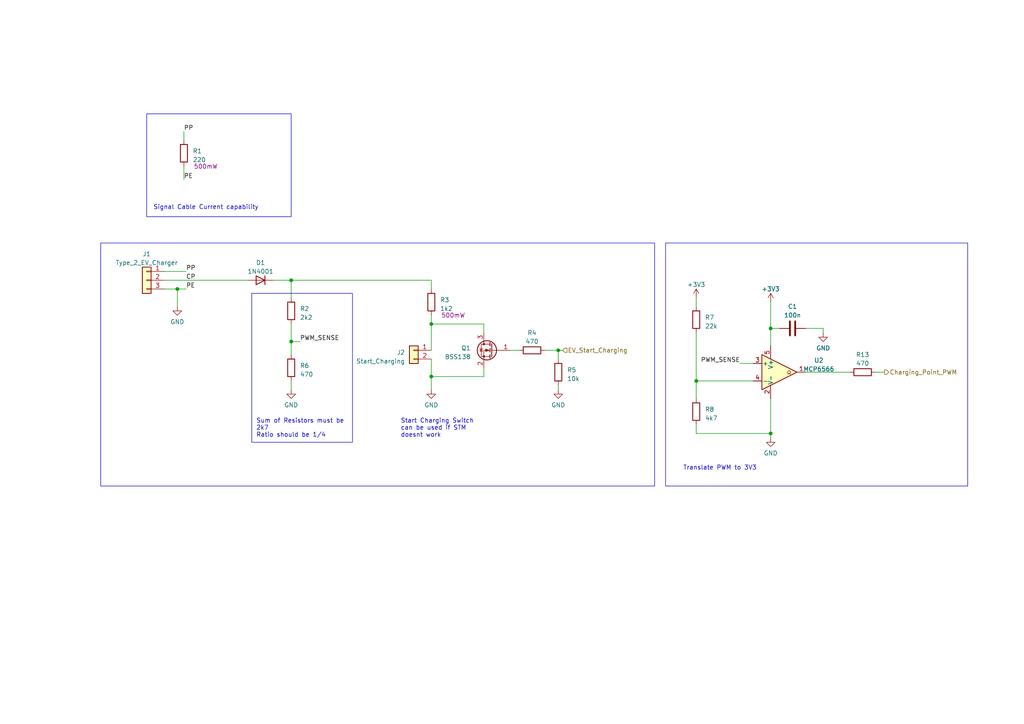
<source format=kicad_sch>
(kicad_sch (version 20230121) (generator eeschema)

  (uuid b47c9739-df7e-48de-b921-51a9bb0b4fd7)

  (paper "A4")

  (lib_symbols
    (symbol "Comparator:MCP6566" (pin_names (offset 0.127)) (in_bom yes) (on_board yes)
      (property "Reference" "U" (at 0 5.08 0)
        (effects (font (size 1.27 1.27)) (justify left))
      )
      (property "Value" "MCP6566" (at 0 -5.08 0)
        (effects (font (size 1.27 1.27)) (justify left))
      )
      (property "Footprint" "" (at 0 -10.16 0)
        (effects (font (size 1.27 1.27)) hide)
      )
      (property "Datasheet" "http://ww1.microchip.com/downloads/en/DeviceDoc/MCP6566-6R-6U-7-9-1.8V-Low-Power-Open-Drain-Output-Comparator-DS20002143G.pdf" (at 0 0 0)
        (effects (font (size 1.27 1.27)) hide)
      )
      (property "ki_keywords" "cmp collector" (at 0 0 0)
        (effects (font (size 1.27 1.27)) hide)
      )
      (property "ki_description" "Single 1.8V Low-Power Open-Drain Output Comparator, SOT-23-5/SC-70" (at 0 0 0)
        (effects (font (size 1.27 1.27)) hide)
      )
      (property "ki_fp_filters" "SOT?23* *SC*70*" (at 0 0 0)
        (effects (font (size 1.27 1.27)) hide)
      )
      (symbol "MCP6566_0_1"
        (polyline
          (pts
            (xy -5.08 5.08)
            (xy 5.08 0)
            (xy -5.08 -5.08)
            (xy -5.08 5.08)
          )
          (stroke (width 0.254) (type default))
          (fill (type background))
        )
        (polyline
          (pts
            (xy 3.302 -0.508)
            (xy 2.794 -0.508)
            (xy 3.302 0)
            (xy 2.794 0.508)
            (xy 2.286 0)
            (xy 2.794 -0.508)
            (xy 2.286 -0.508)
          )
          (stroke (width 0.127) (type default))
          (fill (type none))
        )
        (pin power_in line (at -2.54 -7.62 90) (length 3.81)
          (name "V-" (effects (font (size 1.27 1.27))))
          (number "2" (effects (font (size 1.27 1.27))))
        )
        (pin power_in line (at -2.54 7.62 270) (length 3.81)
          (name "V+" (effects (font (size 1.27 1.27))))
          (number "5" (effects (font (size 1.27 1.27))))
        )
      )
      (symbol "MCP6566_1_1"
        (pin open_collector line (at 7.62 0 180) (length 2.54)
          (name "~" (effects (font (size 1.27 1.27))))
          (number "1" (effects (font (size 1.27 1.27))))
        )
        (pin input line (at -7.62 2.54 0) (length 2.54)
          (name "+" (effects (font (size 1.27 1.27))))
          (number "3" (effects (font (size 1.27 1.27))))
        )
        (pin input line (at -7.62 -2.54 0) (length 2.54)
          (name "-" (effects (font (size 1.27 1.27))))
          (number "4" (effects (font (size 1.27 1.27))))
        )
      )
    )
    (symbol "Connector_Generic:Conn_01x02" (pin_names (offset 1.016) hide) (in_bom yes) (on_board yes)
      (property "Reference" "J" (at 0 2.54 0)
        (effects (font (size 1.27 1.27)))
      )
      (property "Value" "Conn_01x02" (at 0 -5.08 0)
        (effects (font (size 1.27 1.27)))
      )
      (property "Footprint" "" (at 0 0 0)
        (effects (font (size 1.27 1.27)) hide)
      )
      (property "Datasheet" "~" (at 0 0 0)
        (effects (font (size 1.27 1.27)) hide)
      )
      (property "ki_keywords" "connector" (at 0 0 0)
        (effects (font (size 1.27 1.27)) hide)
      )
      (property "ki_description" "Generic connector, single row, 01x02, script generated (kicad-library-utils/schlib/autogen/connector/)" (at 0 0 0)
        (effects (font (size 1.27 1.27)) hide)
      )
      (property "ki_fp_filters" "Connector*:*_1x??_*" (at 0 0 0)
        (effects (font (size 1.27 1.27)) hide)
      )
      (symbol "Conn_01x02_1_1"
        (rectangle (start -1.27 -2.413) (end 0 -2.667)
          (stroke (width 0.1524) (type default))
          (fill (type none))
        )
        (rectangle (start -1.27 0.127) (end 0 -0.127)
          (stroke (width 0.1524) (type default))
          (fill (type none))
        )
        (rectangle (start -1.27 1.27) (end 1.27 -3.81)
          (stroke (width 0.254) (type default))
          (fill (type background))
        )
        (pin passive line (at -5.08 0 0) (length 3.81)
          (name "Pin_1" (effects (font (size 1.27 1.27))))
          (number "1" (effects (font (size 1.27 1.27))))
        )
        (pin passive line (at -5.08 -2.54 0) (length 3.81)
          (name "Pin_2" (effects (font (size 1.27 1.27))))
          (number "2" (effects (font (size 1.27 1.27))))
        )
      )
    )
    (symbol "Connector_Generic:Conn_01x03" (pin_names (offset 1.016) hide) (in_bom yes) (on_board yes)
      (property "Reference" "J" (at 0 5.08 0)
        (effects (font (size 1.27 1.27)))
      )
      (property "Value" "Conn_01x03" (at 0 -5.08 0)
        (effects (font (size 1.27 1.27)))
      )
      (property "Footprint" "" (at 0 0 0)
        (effects (font (size 1.27 1.27)) hide)
      )
      (property "Datasheet" "~" (at 0 0 0)
        (effects (font (size 1.27 1.27)) hide)
      )
      (property "ki_keywords" "connector" (at 0 0 0)
        (effects (font (size 1.27 1.27)) hide)
      )
      (property "ki_description" "Generic connector, single row, 01x03, script generated (kicad-library-utils/schlib/autogen/connector/)" (at 0 0 0)
        (effects (font (size 1.27 1.27)) hide)
      )
      (property "ki_fp_filters" "Connector*:*_1x??_*" (at 0 0 0)
        (effects (font (size 1.27 1.27)) hide)
      )
      (symbol "Conn_01x03_1_1"
        (rectangle (start -1.27 -2.413) (end 0 -2.667)
          (stroke (width 0.1524) (type default))
          (fill (type none))
        )
        (rectangle (start -1.27 0.127) (end 0 -0.127)
          (stroke (width 0.1524) (type default))
          (fill (type none))
        )
        (rectangle (start -1.27 2.667) (end 0 2.413)
          (stroke (width 0.1524) (type default))
          (fill (type none))
        )
        (rectangle (start -1.27 3.81) (end 1.27 -3.81)
          (stroke (width 0.254) (type default))
          (fill (type background))
        )
        (pin passive line (at -5.08 2.54 0) (length 3.81)
          (name "Pin_1" (effects (font (size 1.27 1.27))))
          (number "1" (effects (font (size 1.27 1.27))))
        )
        (pin passive line (at -5.08 0 0) (length 3.81)
          (name "Pin_2" (effects (font (size 1.27 1.27))))
          (number "2" (effects (font (size 1.27 1.27))))
        )
        (pin passive line (at -5.08 -2.54 0) (length 3.81)
          (name "Pin_3" (effects (font (size 1.27 1.27))))
          (number "3" (effects (font (size 1.27 1.27))))
        )
      )
    )
    (symbol "Device:C" (pin_numbers hide) (pin_names (offset 0.254)) (in_bom yes) (on_board yes)
      (property "Reference" "C" (at 0.635 2.54 0)
        (effects (font (size 1.27 1.27)) (justify left))
      )
      (property "Value" "C" (at 0.635 -2.54 0)
        (effects (font (size 1.27 1.27)) (justify left))
      )
      (property "Footprint" "" (at 0.9652 -3.81 0)
        (effects (font (size 1.27 1.27)) hide)
      )
      (property "Datasheet" "~" (at 0 0 0)
        (effects (font (size 1.27 1.27)) hide)
      )
      (property "ki_keywords" "cap capacitor" (at 0 0 0)
        (effects (font (size 1.27 1.27)) hide)
      )
      (property "ki_description" "Unpolarized capacitor" (at 0 0 0)
        (effects (font (size 1.27 1.27)) hide)
      )
      (property "ki_fp_filters" "C_*" (at 0 0 0)
        (effects (font (size 1.27 1.27)) hide)
      )
      (symbol "C_0_1"
        (polyline
          (pts
            (xy -2.032 -0.762)
            (xy 2.032 -0.762)
          )
          (stroke (width 0.508) (type default))
          (fill (type none))
        )
        (polyline
          (pts
            (xy -2.032 0.762)
            (xy 2.032 0.762)
          )
          (stroke (width 0.508) (type default))
          (fill (type none))
        )
      )
      (symbol "C_1_1"
        (pin passive line (at 0 3.81 270) (length 2.794)
          (name "~" (effects (font (size 1.27 1.27))))
          (number "1" (effects (font (size 1.27 1.27))))
        )
        (pin passive line (at 0 -3.81 90) (length 2.794)
          (name "~" (effects (font (size 1.27 1.27))))
          (number "2" (effects (font (size 1.27 1.27))))
        )
      )
    )
    (symbol "Device:R" (pin_numbers hide) (pin_names (offset 0)) (in_bom yes) (on_board yes)
      (property "Reference" "R" (at 2.032 0 90)
        (effects (font (size 1.27 1.27)))
      )
      (property "Value" "R" (at 0 0 90)
        (effects (font (size 1.27 1.27)))
      )
      (property "Footprint" "" (at -1.778 0 90)
        (effects (font (size 1.27 1.27)) hide)
      )
      (property "Datasheet" "~" (at 0 0 0)
        (effects (font (size 1.27 1.27)) hide)
      )
      (property "ki_keywords" "R res resistor" (at 0 0 0)
        (effects (font (size 1.27 1.27)) hide)
      )
      (property "ki_description" "Resistor" (at 0 0 0)
        (effects (font (size 1.27 1.27)) hide)
      )
      (property "ki_fp_filters" "R_*" (at 0 0 0)
        (effects (font (size 1.27 1.27)) hide)
      )
      (symbol "R_0_1"
        (rectangle (start -1.016 -2.54) (end 1.016 2.54)
          (stroke (width 0.254) (type default))
          (fill (type none))
        )
      )
      (symbol "R_1_1"
        (pin passive line (at 0 3.81 270) (length 1.27)
          (name "~" (effects (font (size 1.27 1.27))))
          (number "1" (effects (font (size 1.27 1.27))))
        )
        (pin passive line (at 0 -3.81 90) (length 1.27)
          (name "~" (effects (font (size 1.27 1.27))))
          (number "2" (effects (font (size 1.27 1.27))))
        )
      )
    )
    (symbol "Diode:1N4001" (pin_numbers hide) (pin_names hide) (in_bom yes) (on_board yes)
      (property "Reference" "D" (at 0 2.54 0)
        (effects (font (size 1.27 1.27)))
      )
      (property "Value" "1N4001" (at 0 -2.54 0)
        (effects (font (size 1.27 1.27)))
      )
      (property "Footprint" "Diode_THT:D_DO-41_SOD81_P10.16mm_Horizontal" (at 0 0 0)
        (effects (font (size 1.27 1.27)) hide)
      )
      (property "Datasheet" "http://www.vishay.com/docs/88503/1n4001.pdf" (at 0 0 0)
        (effects (font (size 1.27 1.27)) hide)
      )
      (property "Sim.Device" "D" (at 0 0 0)
        (effects (font (size 1.27 1.27)) hide)
      )
      (property "Sim.Pins" "1=K 2=A" (at 0 0 0)
        (effects (font (size 1.27 1.27)) hide)
      )
      (property "ki_keywords" "diode" (at 0 0 0)
        (effects (font (size 1.27 1.27)) hide)
      )
      (property "ki_description" "50V 1A General Purpose Rectifier Diode, DO-41" (at 0 0 0)
        (effects (font (size 1.27 1.27)) hide)
      )
      (property "ki_fp_filters" "D*DO?41*" (at 0 0 0)
        (effects (font (size 1.27 1.27)) hide)
      )
      (symbol "1N4001_0_1"
        (polyline
          (pts
            (xy -1.27 1.27)
            (xy -1.27 -1.27)
          )
          (stroke (width 0.254) (type default))
          (fill (type none))
        )
        (polyline
          (pts
            (xy 1.27 0)
            (xy -1.27 0)
          )
          (stroke (width 0) (type default))
          (fill (type none))
        )
        (polyline
          (pts
            (xy 1.27 1.27)
            (xy 1.27 -1.27)
            (xy -1.27 0)
            (xy 1.27 1.27)
          )
          (stroke (width 0.254) (type default))
          (fill (type none))
        )
      )
      (symbol "1N4001_1_1"
        (pin passive line (at -3.81 0 0) (length 2.54)
          (name "K" (effects (font (size 1.27 1.27))))
          (number "1" (effects (font (size 1.27 1.27))))
        )
        (pin passive line (at 3.81 0 180) (length 2.54)
          (name "A" (effects (font (size 1.27 1.27))))
          (number "2" (effects (font (size 1.27 1.27))))
        )
      )
    )
    (symbol "Transistor_FET:BSS138" (pin_names hide) (in_bom yes) (on_board yes)
      (property "Reference" "Q" (at 5.08 1.905 0)
        (effects (font (size 1.27 1.27)) (justify left))
      )
      (property "Value" "BSS138" (at 5.08 0 0)
        (effects (font (size 1.27 1.27)) (justify left))
      )
      (property "Footprint" "Package_TO_SOT_SMD:SOT-23" (at 5.08 -1.905 0)
        (effects (font (size 1.27 1.27) italic) (justify left) hide)
      )
      (property "Datasheet" "https://www.onsemi.com/pub/Collateral/BSS138-D.PDF" (at 0 0 0)
        (effects (font (size 1.27 1.27)) (justify left) hide)
      )
      (property "ki_keywords" "N-Channel MOSFET" (at 0 0 0)
        (effects (font (size 1.27 1.27)) hide)
      )
      (property "ki_description" "50V Vds, 0.22A Id, N-Channel MOSFET, SOT-23" (at 0 0 0)
        (effects (font (size 1.27 1.27)) hide)
      )
      (property "ki_fp_filters" "SOT?23*" (at 0 0 0)
        (effects (font (size 1.27 1.27)) hide)
      )
      (symbol "BSS138_0_1"
        (polyline
          (pts
            (xy 0.254 0)
            (xy -2.54 0)
          )
          (stroke (width 0) (type default))
          (fill (type none))
        )
        (polyline
          (pts
            (xy 0.254 1.905)
            (xy 0.254 -1.905)
          )
          (stroke (width 0.254) (type default))
          (fill (type none))
        )
        (polyline
          (pts
            (xy 0.762 -1.27)
            (xy 0.762 -2.286)
          )
          (stroke (width 0.254) (type default))
          (fill (type none))
        )
        (polyline
          (pts
            (xy 0.762 0.508)
            (xy 0.762 -0.508)
          )
          (stroke (width 0.254) (type default))
          (fill (type none))
        )
        (polyline
          (pts
            (xy 0.762 2.286)
            (xy 0.762 1.27)
          )
          (stroke (width 0.254) (type default))
          (fill (type none))
        )
        (polyline
          (pts
            (xy 2.54 2.54)
            (xy 2.54 1.778)
          )
          (stroke (width 0) (type default))
          (fill (type none))
        )
        (polyline
          (pts
            (xy 2.54 -2.54)
            (xy 2.54 0)
            (xy 0.762 0)
          )
          (stroke (width 0) (type default))
          (fill (type none))
        )
        (polyline
          (pts
            (xy 0.762 -1.778)
            (xy 3.302 -1.778)
            (xy 3.302 1.778)
            (xy 0.762 1.778)
          )
          (stroke (width 0) (type default))
          (fill (type none))
        )
        (polyline
          (pts
            (xy 1.016 0)
            (xy 2.032 0.381)
            (xy 2.032 -0.381)
            (xy 1.016 0)
          )
          (stroke (width 0) (type default))
          (fill (type outline))
        )
        (polyline
          (pts
            (xy 2.794 0.508)
            (xy 2.921 0.381)
            (xy 3.683 0.381)
            (xy 3.81 0.254)
          )
          (stroke (width 0) (type default))
          (fill (type none))
        )
        (polyline
          (pts
            (xy 3.302 0.381)
            (xy 2.921 -0.254)
            (xy 3.683 -0.254)
            (xy 3.302 0.381)
          )
          (stroke (width 0) (type default))
          (fill (type none))
        )
        (circle (center 1.651 0) (radius 2.794)
          (stroke (width 0.254) (type default))
          (fill (type none))
        )
        (circle (center 2.54 -1.778) (radius 0.254)
          (stroke (width 0) (type default))
          (fill (type outline))
        )
        (circle (center 2.54 1.778) (radius 0.254)
          (stroke (width 0) (type default))
          (fill (type outline))
        )
      )
      (symbol "BSS138_1_1"
        (pin input line (at -5.08 0 0) (length 2.54)
          (name "G" (effects (font (size 1.27 1.27))))
          (number "1" (effects (font (size 1.27 1.27))))
        )
        (pin passive line (at 2.54 -5.08 90) (length 2.54)
          (name "S" (effects (font (size 1.27 1.27))))
          (number "2" (effects (font (size 1.27 1.27))))
        )
        (pin passive line (at 2.54 5.08 270) (length 2.54)
          (name "D" (effects (font (size 1.27 1.27))))
          (number "3" (effects (font (size 1.27 1.27))))
        )
      )
    )
    (symbol "power:+3V3" (power) (pin_names (offset 0)) (in_bom yes) (on_board yes)
      (property "Reference" "#PWR" (at 0 -3.81 0)
        (effects (font (size 1.27 1.27)) hide)
      )
      (property "Value" "+3V3" (at 0 3.556 0)
        (effects (font (size 1.27 1.27)))
      )
      (property "Footprint" "" (at 0 0 0)
        (effects (font (size 1.27 1.27)) hide)
      )
      (property "Datasheet" "" (at 0 0 0)
        (effects (font (size 1.27 1.27)) hide)
      )
      (property "ki_keywords" "global power" (at 0 0 0)
        (effects (font (size 1.27 1.27)) hide)
      )
      (property "ki_description" "Power symbol creates a global label with name \"+3V3\"" (at 0 0 0)
        (effects (font (size 1.27 1.27)) hide)
      )
      (symbol "+3V3_0_1"
        (polyline
          (pts
            (xy -0.762 1.27)
            (xy 0 2.54)
          )
          (stroke (width 0) (type default))
          (fill (type none))
        )
        (polyline
          (pts
            (xy 0 0)
            (xy 0 2.54)
          )
          (stroke (width 0) (type default))
          (fill (type none))
        )
        (polyline
          (pts
            (xy 0 2.54)
            (xy 0.762 1.27)
          )
          (stroke (width 0) (type default))
          (fill (type none))
        )
      )
      (symbol "+3V3_1_1"
        (pin power_in line (at 0 0 90) (length 0) hide
          (name "+3V3" (effects (font (size 1.27 1.27))))
          (number "1" (effects (font (size 1.27 1.27))))
        )
      )
    )
    (symbol "power:GND" (power) (pin_names (offset 0)) (in_bom yes) (on_board yes)
      (property "Reference" "#PWR" (at 0 -6.35 0)
        (effects (font (size 1.27 1.27)) hide)
      )
      (property "Value" "GND" (at 0 -3.81 0)
        (effects (font (size 1.27 1.27)))
      )
      (property "Footprint" "" (at 0 0 0)
        (effects (font (size 1.27 1.27)) hide)
      )
      (property "Datasheet" "" (at 0 0 0)
        (effects (font (size 1.27 1.27)) hide)
      )
      (property "ki_keywords" "global power" (at 0 0 0)
        (effects (font (size 1.27 1.27)) hide)
      )
      (property "ki_description" "Power symbol creates a global label with name \"GND\" , ground" (at 0 0 0)
        (effects (font (size 1.27 1.27)) hide)
      )
      (symbol "GND_0_1"
        (polyline
          (pts
            (xy 0 0)
            (xy 0 -1.27)
            (xy 1.27 -1.27)
            (xy 0 -2.54)
            (xy -1.27 -1.27)
            (xy 0 -1.27)
          )
          (stroke (width 0) (type default))
          (fill (type none))
        )
      )
      (symbol "GND_1_1"
        (pin power_in line (at 0 0 270) (length 0) hide
          (name "GND" (effects (font (size 1.27 1.27))))
          (number "1" (effects (font (size 1.27 1.27))))
        )
      )
    )
  )

  (junction (at 51.435 83.82) (diameter 0) (color 0 0 0 0)
    (uuid 032a725d-f2d7-4f51-a339-b533de718a1b)
  )
  (junction (at 223.52 95.25) (diameter 0) (color 0 0 0 0)
    (uuid 229dca04-8dbf-467d-bbe8-85a43a700351)
  )
  (junction (at 201.93 110.49) (diameter 0) (color 0 0 0 0)
    (uuid 4d2dbd73-ad97-4879-8194-9dc3bef37b4b)
  )
  (junction (at 161.925 101.6) (diameter 0) (color 0 0 0 0)
    (uuid 81ebd9a5-473a-4356-a867-ed4ec51e6771)
  )
  (junction (at 84.455 81.28) (diameter 0) (color 0 0 0 0)
    (uuid 98b410c3-72b5-42c3-8d66-abe14611ef03)
  )
  (junction (at 84.455 99.06) (diameter 0) (color 0 0 0 0)
    (uuid acc6cf6c-3427-427b-bb64-65595e81bfc1)
  )
  (junction (at 223.52 125.73) (diameter 0) (color 0 0 0 0)
    (uuid b336dd16-113e-4c60-94fa-189295bc5255)
  )
  (junction (at 125.095 109.22) (diameter 0) (color 0 0 0 0)
    (uuid c831d66e-3852-4a1e-8a5d-4a3858459f24)
  )
  (junction (at 125.095 93.98) (diameter 0) (color 0 0 0 0)
    (uuid e408af67-4a79-4cf5-9d12-25ac54cd0aa3)
  )

  (wire (pts (xy 161.925 111.76) (xy 161.925 113.03))
    (stroke (width 0) (type default))
    (uuid 0a00ded5-3702-4002-8531-01759bf412c8)
  )
  (wire (pts (xy 84.455 81.28) (xy 84.455 86.36))
    (stroke (width 0) (type default))
    (uuid 0b3dc924-3f2b-43b8-ab59-d7fb90c1821c)
  )
  (wire (pts (xy 214.63 105.41) (xy 218.44 105.41))
    (stroke (width 0) (type default))
    (uuid 23dc92b0-f44e-4dd6-99b0-2224728d328e)
  )
  (wire (pts (xy 161.925 101.6) (xy 161.925 104.14))
    (stroke (width 0) (type default))
    (uuid 24974b97-318c-43e2-aea0-93ea874e79ca)
  )
  (wire (pts (xy 233.68 107.95) (xy 246.38 107.95))
    (stroke (width 0) (type default))
    (uuid 2c8111e9-7e4f-431e-96ea-0ce5d12ebc7f)
  )
  (wire (pts (xy 53.34 48.26) (xy 53.34 52.07))
    (stroke (width 0) (type default))
    (uuid 2c985f5f-7943-4855-9f7d-9821c1e15fd3)
  )
  (wire (pts (xy 84.455 81.28) (xy 125.095 81.28))
    (stroke (width 0) (type default))
    (uuid 32dc6365-174b-4832-9cec-6b11df43577b)
  )
  (wire (pts (xy 223.52 125.73) (xy 223.52 127))
    (stroke (width 0) (type default))
    (uuid 36adbfca-2300-4b9d-8d78-2754beea68b6)
  )
  (wire (pts (xy 201.93 86.36) (xy 201.93 88.9))
    (stroke (width 0) (type default))
    (uuid 43b28816-19db-4f18-9bf1-2ffbb2c7090f)
  )
  (wire (pts (xy 84.455 99.06) (xy 84.455 102.87))
    (stroke (width 0) (type default))
    (uuid 50cb457b-0cb2-4454-9fff-875f45c3f7fc)
  )
  (wire (pts (xy 125.095 104.14) (xy 125.095 109.22))
    (stroke (width 0) (type default))
    (uuid 53886a97-b4cf-4dd3-9628-6c654f72c252)
  )
  (wire (pts (xy 125.095 93.98) (xy 125.095 91.44))
    (stroke (width 0) (type default))
    (uuid 56f08226-0655-4cf9-8ac8-d2b28f5ecd4e)
  )
  (wire (pts (xy 223.52 95.25) (xy 226.06 95.25))
    (stroke (width 0) (type default))
    (uuid 5ea935b7-f72b-4a92-9bec-65a040998657)
  )
  (wire (pts (xy 223.52 115.57) (xy 223.52 125.73))
    (stroke (width 0) (type default))
    (uuid 6076240b-5a45-48ac-9a39-4e99643c2df5)
  )
  (wire (pts (xy 125.095 109.22) (xy 125.095 113.03))
    (stroke (width 0) (type default))
    (uuid 6e9c952c-460f-4f5e-9509-82099ff03fee)
  )
  (wire (pts (xy 161.925 101.6) (xy 163.195 101.6))
    (stroke (width 0) (type default))
    (uuid 78cffc06-b095-44e6-8489-824a463192f4)
  )
  (wire (pts (xy 125.095 81.28) (xy 125.095 83.82))
    (stroke (width 0) (type default))
    (uuid 7a7c3127-cced-48e3-a3be-76a5d6890472)
  )
  (wire (pts (xy 84.455 110.49) (xy 84.455 113.03))
    (stroke (width 0) (type default))
    (uuid 7acc29eb-592a-4831-82fc-57717344e728)
  )
  (wire (pts (xy 140.335 93.98) (xy 125.095 93.98))
    (stroke (width 0) (type default))
    (uuid 82071b2e-bfbb-43aa-ada5-0d04eedeaf82)
  )
  (wire (pts (xy 223.52 95.25) (xy 223.52 100.33))
    (stroke (width 0) (type default))
    (uuid 9126d7b8-4a4a-48e4-bfd3-0befe473bb97)
  )
  (wire (pts (xy 147.955 101.6) (xy 150.495 101.6))
    (stroke (width 0) (type default))
    (uuid 914c7a22-250b-485a-92d1-c361ddba0727)
  )
  (wire (pts (xy 218.44 110.49) (xy 201.93 110.49))
    (stroke (width 0) (type default))
    (uuid 9ca853b2-ce32-441a-b16f-271ea4c0269a)
  )
  (wire (pts (xy 51.435 83.82) (xy 53.975 83.82))
    (stroke (width 0) (type default))
    (uuid 9de8b17e-55a1-47d2-9014-06e85373bf6f)
  )
  (wire (pts (xy 51.435 83.82) (xy 51.435 88.9))
    (stroke (width 0) (type default))
    (uuid a2466d37-5eff-4628-aba4-ee6654406a2b)
  )
  (wire (pts (xy 223.52 87.63) (xy 223.52 95.25))
    (stroke (width 0) (type default))
    (uuid a4038dcb-e7e9-4cd3-82a1-568e8e7e5601)
  )
  (wire (pts (xy 79.375 81.28) (xy 84.455 81.28))
    (stroke (width 0) (type default))
    (uuid a7e15ed7-a222-4efc-bef7-5f8cf96132a3)
  )
  (wire (pts (xy 125.095 93.98) (xy 125.095 101.6))
    (stroke (width 0) (type default))
    (uuid b9f4998e-55ae-4a7b-bda2-b873cde11170)
  )
  (wire (pts (xy 47.625 78.74) (xy 53.975 78.74))
    (stroke (width 0) (type default))
    (uuid c36a0afe-e49b-4224-9917-10cdca496540)
  )
  (wire (pts (xy 84.455 99.06) (xy 86.995 99.06))
    (stroke (width 0) (type default))
    (uuid c77be56b-bcd5-48d1-95cf-ece3eb78a05a)
  )
  (wire (pts (xy 125.095 109.22) (xy 140.335 109.22))
    (stroke (width 0) (type default))
    (uuid ce6d386f-2e3b-4962-81f2-7228f5a5d30b)
  )
  (wire (pts (xy 84.455 93.98) (xy 84.455 99.06))
    (stroke (width 0) (type default))
    (uuid d269de66-4f30-4fb4-bf37-e854e1816a04)
  )
  (wire (pts (xy 53.34 38.1) (xy 53.34 40.64))
    (stroke (width 0) (type default))
    (uuid d8399cf5-39d0-42d6-adfc-bd030e09d188)
  )
  (wire (pts (xy 47.625 83.82) (xy 51.435 83.82))
    (stroke (width 0) (type default))
    (uuid d83c85b9-79ee-4e7b-a7c3-fdbddbaea25c)
  )
  (wire (pts (xy 140.335 96.52) (xy 140.335 93.98))
    (stroke (width 0) (type default))
    (uuid d84832dd-6989-421d-9c6a-07ce4ec1d3ec)
  )
  (wire (pts (xy 47.625 81.28) (xy 71.755 81.28))
    (stroke (width 0) (type default))
    (uuid d8fdeb07-beb9-4664-bdf0-7dfc296949c0)
  )
  (wire (pts (xy 256.54 107.95) (xy 254 107.95))
    (stroke (width 0) (type default))
    (uuid dee247a4-a5b1-4b36-a34b-65be080dd73e)
  )
  (wire (pts (xy 140.335 109.22) (xy 140.335 106.68))
    (stroke (width 0) (type default))
    (uuid e0cd7674-1b76-40a9-ace2-c196e724108c)
  )
  (wire (pts (xy 201.93 123.19) (xy 201.93 125.73))
    (stroke (width 0) (type default))
    (uuid e38bf184-e6ff-47a5-970b-e1a4006e10d8)
  )
  (wire (pts (xy 201.93 96.52) (xy 201.93 110.49))
    (stroke (width 0) (type default))
    (uuid e9552ac8-e5af-4084-99a7-4f9f5282e067)
  )
  (wire (pts (xy 158.115 101.6) (xy 161.925 101.6))
    (stroke (width 0) (type default))
    (uuid ee8b41b2-77ba-4fc9-b78f-2fe37517e879)
  )
  (wire (pts (xy 201.93 110.49) (xy 201.93 115.57))
    (stroke (width 0) (type default))
    (uuid efe0a3e5-1db5-453a-99b2-21aff63c3e2e)
  )
  (wire (pts (xy 238.76 96.52) (xy 238.76 95.25))
    (stroke (width 0) (type default))
    (uuid f355e792-b3db-4bdc-8ad6-7bbb217a2416)
  )
  (wire (pts (xy 238.76 95.25) (xy 233.68 95.25))
    (stroke (width 0) (type default))
    (uuid f5f5fcff-5a62-49b9-9981-81be5681d7d6)
  )
  (wire (pts (xy 201.93 125.73) (xy 223.52 125.73))
    (stroke (width 0) (type default))
    (uuid fb5416a1-4f03-4cdc-81d3-eaeecc7eaa6d)
  )

  (rectangle (start 29.21 70.485) (end 189.865 140.97)
    (stroke (width 0) (type default))
    (fill (type none))
    (uuid 1c02bde9-d039-4cce-b15b-d3df6d046758)
  )
  (rectangle (start 42.545 33.02) (end 84.455 62.865)
    (stroke (width 0) (type default))
    (fill (type none))
    (uuid 54231ff1-6070-4443-ab2e-27c075443ab4)
  )
  (rectangle (start 73.025 85.09) (end 102.235 128.27)
    (stroke (width 0) (type default))
    (fill (type none))
    (uuid aba0808d-f97b-469d-aeca-a51149e8b3a2)
  )
  (rectangle (start 193.04 70.485) (end 280.67 140.97)
    (stroke (width 0) (type default))
    (fill (type none))
    (uuid c8798877-270a-4616-b46d-10c65868083e)
  )

  (text "Start Charging Switch \ncan be used if STM\ndoesnt work"
    (at 116.205 127 0)
    (effects (font (size 1.27 1.27)) (justify left bottom))
    (uuid 76c3ae75-28ec-40a5-811e-9ca44d2194a7)
  )
  (text "Sum of Resistors must be \n2k7\nRatio should be 1/4" (at 74.295 127 0)
    (effects (font (size 1.27 1.27)) (justify left bottom))
    (uuid 8b0cadc0-e343-4770-9e12-1e206549ef54)
  )
  (text "Translate PWM to 3V3" (at 198.12 136.525 0)
    (effects (font (size 1.27 1.27)) (justify left bottom))
    (uuid bf244175-16d1-420c-a609-5cab7d884508)
  )
  (text "Signal Cable Current capability" (at 44.45 60.96 0)
    (effects (font (size 1.27 1.27)) (justify left bottom))
    (uuid c6c6497f-8df3-4292-9737-7cc7641caea3)
  )

  (label "PE" (at 53.975 83.82 0) (fields_autoplaced)
    (effects (font (size 1.27 1.27)) (justify left bottom))
    (uuid 40f9b4f1-b954-44e4-9557-cc3dece0a077)
  )
  (label "PE" (at 53.34 52.07 0) (fields_autoplaced)
    (effects (font (size 1.27 1.27)) (justify left bottom))
    (uuid 47e80f9b-d06e-42cb-8840-f86b4a8cdbd1)
  )
  (label "PWM_SENSE" (at 214.63 105.41 180) (fields_autoplaced)
    (effects (font (size 1.27 1.27)) (justify right bottom))
    (uuid 80999d14-bb36-4909-b70e-0b3f50033146)
  )
  (label "PP" (at 53.975 78.74 0) (fields_autoplaced)
    (effects (font (size 1.27 1.27)) (justify left bottom))
    (uuid 850ac5bd-93e5-4b6c-8943-3f7441b29416)
  )
  (label "PP" (at 53.34 38.1 0) (fields_autoplaced)
    (effects (font (size 1.27 1.27)) (justify left bottom))
    (uuid b6ab6a2d-2971-41cd-80ed-1fa9dde34cd3)
  )
  (label "PWM_SENSE" (at 86.995 99.06 0) (fields_autoplaced)
    (effects (font (size 1.27 1.27)) (justify left bottom))
    (uuid ebc00688-3cc1-4a1a-a3a7-af50e8f491db)
  )
  (label "CP" (at 53.975 81.28 0) (fields_autoplaced)
    (effects (font (size 1.27 1.27)) (justify left bottom))
    (uuid f41fea30-ceae-4614-826c-d2d45a2c928a)
  )

  (hierarchical_label "Charging_Point_PWM" (shape output) (at 256.54 107.95 0) (fields_autoplaced)
    (effects (font (size 1.27 1.27)) (justify left))
    (uuid 2a411847-2675-44a2-8df5-ea7f79252736)
  )
  (hierarchical_label "EV_Start_Charging" (shape input) (at 163.195 101.6 0) (fields_autoplaced)
    (effects (font (size 1.27 1.27)) (justify left))
    (uuid cfdb914c-6a68-42f1-8bd0-e3cca762af1b)
  )

  (symbol (lib_id "Comparator:MCP6566") (at 226.06 107.95 0) (unit 1)
    (in_bom yes) (on_board yes) (dnp no) (fields_autoplaced)
    (uuid 1297f87c-6309-42f6-afa5-afd1d4e1ccfa)
    (property "Reference" "U2" (at 237.49 104.5211 0)
      (effects (font (size 1.27 1.27)))
    )
    (property "Value" "MCP6566" (at 237.49 107.0611 0)
      (effects (font (size 1.27 1.27)))
    )
    (property "Footprint" "Package_TO_SOT_SMD:SOT-23-5_HandSoldering" (at 226.06 118.11 0)
      (effects (font (size 1.27 1.27)) hide)
    )
    (property "Datasheet" "http://ww1.microchip.com/downloads/en/DeviceDoc/MCP6566-6R-6U-7-9-1.8V-Low-Power-Open-Drain-Output-Comparator-DS20002143G.pdf" (at 226.06 107.95 0)
      (effects (font (size 1.27 1.27)) hide)
    )
    (pin "2" (uuid c5de009f-6876-4fa8-87ac-ceddab61dd44))
    (pin "5" (uuid ff4317c5-933c-4cfc-b3ad-b7c9eb998f0a))
    (pin "1" (uuid d80cece1-cbf6-445c-9ccb-f28752df7e3c))
    (pin "3" (uuid 2f59b08d-ea75-4b31-920e-f1721f6ed629))
    (pin "4" (uuid 4dc6d17f-85b6-48a7-8c77-c2ce9c3ee576))
    (instances
      (project "EV_Emulator"
        (path "/305a7e55-ae90-4211-9f29-157417dba7eb"
          (reference "U2") (unit 1)
        )
      )
      (project "FT23_Charger"
        (path "/e63e39d7-6ac0-4ffd-8aa3-1841a4541b55/26117078-4b7e-4a0f-82c1-ed2a5ef131db"
          (reference "U3") (unit 1)
        )
      )
    )
  )

  (symbol (lib_id "Device:R") (at 84.455 90.17 0) (unit 1)
    (in_bom yes) (on_board yes) (dnp no) (fields_autoplaced)
    (uuid 19076752-3b80-4ce5-8e60-cbd03720dc68)
    (property "Reference" "R2" (at 86.995 89.535 0)
      (effects (font (size 1.27 1.27)) (justify left))
    )
    (property "Value" "2k2" (at 86.995 92.075 0)
      (effects (font (size 1.27 1.27)) (justify left))
    )
    (property "Footprint" "Resistor_THT:R_Axial_DIN0207_L6.3mm_D2.5mm_P10.16mm_Horizontal" (at 82.677 90.17 90)
      (effects (font (size 1.27 1.27)) hide)
    )
    (property "Datasheet" "~" (at 84.455 90.17 0)
      (effects (font (size 1.27 1.27)) hide)
    )
    (pin "1" (uuid 9fdcd43b-03e6-462a-9cd3-454c5488c412))
    (pin "2" (uuid 17113ecc-2954-4330-9dbd-d141738dc68d))
    (instances
      (project "EV_Emulator"
        (path "/305a7e55-ae90-4211-9f29-157417dba7eb"
          (reference "R2") (unit 1)
        )
      )
      (project "FT23_Charger"
        (path "/e63e39d7-6ac0-4ffd-8aa3-1841a4541b55/26117078-4b7e-4a0f-82c1-ed2a5ef131db"
          (reference "R17") (unit 1)
        )
      )
    )
  )

  (symbol (lib_id "power:GND") (at 84.455 113.03 0) (unit 1)
    (in_bom yes) (on_board yes) (dnp no) (fields_autoplaced)
    (uuid 54cdb84b-64fb-4760-b1b1-cae8616be83e)
    (property "Reference" "#PWR030" (at 84.455 119.38 0)
      (effects (font (size 1.27 1.27)) hide)
    )
    (property "Value" "GND" (at 84.455 117.475 0)
      (effects (font (size 1.27 1.27)))
    )
    (property "Footprint" "" (at 84.455 113.03 0)
      (effects (font (size 1.27 1.27)) hide)
    )
    (property "Datasheet" "" (at 84.455 113.03 0)
      (effects (font (size 1.27 1.27)) hide)
    )
    (pin "1" (uuid d635ddb1-dc8d-482d-8714-2de1a4eb6aba))
    (instances
      (project "FT23_Charger"
        (path "/e63e39d7-6ac0-4ffd-8aa3-1841a4541b55/26117078-4b7e-4a0f-82c1-ed2a5ef131db"
          (reference "#PWR030") (unit 1)
        )
      )
    )
  )

  (symbol (lib_id "power:GND") (at 51.435 88.9 0) (unit 1)
    (in_bom yes) (on_board yes) (dnp no) (fields_autoplaced)
    (uuid 619c7131-8770-4a19-a8d1-34850eaa2cd9)
    (property "Reference" "#PWR028" (at 51.435 95.25 0)
      (effects (font (size 1.27 1.27)) hide)
    )
    (property "Value" "GND" (at 51.435 93.345 0)
      (effects (font (size 1.27 1.27)))
    )
    (property "Footprint" "" (at 51.435 88.9 0)
      (effects (font (size 1.27 1.27)) hide)
    )
    (property "Datasheet" "" (at 51.435 88.9 0)
      (effects (font (size 1.27 1.27)) hide)
    )
    (pin "1" (uuid e8af4682-5c2c-4f8e-86e5-15a094b3c554))
    (instances
      (project "FT23_Charger"
        (path "/e63e39d7-6ac0-4ffd-8aa3-1841a4541b55/26117078-4b7e-4a0f-82c1-ed2a5ef131db"
          (reference "#PWR028") (unit 1)
        )
      )
    )
  )

  (symbol (lib_id "power:GND") (at 223.52 127 0) (unit 1)
    (in_bom yes) (on_board yes) (dnp no) (fields_autoplaced)
    (uuid 769a5552-cb1b-483a-908a-9128e7a62d19)
    (property "Reference" "#PWR036" (at 223.52 133.35 0)
      (effects (font (size 1.27 1.27)) hide)
    )
    (property "Value" "GND" (at 223.52 131.445 0)
      (effects (font (size 1.27 1.27)))
    )
    (property "Footprint" "" (at 223.52 127 0)
      (effects (font (size 1.27 1.27)) hide)
    )
    (property "Datasheet" "" (at 223.52 127 0)
      (effects (font (size 1.27 1.27)) hide)
    )
    (pin "1" (uuid 5eff50f2-35fa-4015-8e82-f79fa3d44ef9))
    (instances
      (project "FT23_Charger"
        (path "/e63e39d7-6ac0-4ffd-8aa3-1841a4541b55/26117078-4b7e-4a0f-82c1-ed2a5ef131db"
          (reference "#PWR036") (unit 1)
        )
      )
    )
  )

  (symbol (lib_id "Device:C") (at 229.87 95.25 270) (unit 1)
    (in_bom yes) (on_board yes) (dnp no) (fields_autoplaced)
    (uuid 77a801c6-ff2a-4b80-8df3-48b8b3bdc696)
    (property "Reference" "C1" (at 229.87 88.9 90)
      (effects (font (size 1.27 1.27)))
    )
    (property "Value" "100n" (at 229.87 91.44 90)
      (effects (font (size 1.27 1.27)))
    )
    (property "Footprint" "Capacitor_SMD:C_0603_1608Metric" (at 226.06 96.2152 0)
      (effects (font (size 1.27 1.27)) hide)
    )
    (property "Datasheet" "~" (at 229.87 95.25 0)
      (effects (font (size 1.27 1.27)) hide)
    )
    (pin "1" (uuid 0e7b4aaf-4318-46e4-b13c-661e5d008a81))
    (pin "2" (uuid deb484f2-b2b8-4070-8438-9dacd1a7b095))
    (instances
      (project "EV_Emulator"
        (path "/305a7e55-ae90-4211-9f29-157417dba7eb"
          (reference "C1") (unit 1)
        )
      )
      (project "FT23_Charger"
        (path "/e63e39d7-6ac0-4ffd-8aa3-1841a4541b55/26117078-4b7e-4a0f-82c1-ed2a5ef131db"
          (reference "C12") (unit 1)
        )
      )
    )
  )

  (symbol (lib_id "Device:R") (at 84.455 106.68 0) (unit 1)
    (in_bom yes) (on_board yes) (dnp no) (fields_autoplaced)
    (uuid 7c9f6750-1f7d-403c-b3ab-1e42057b7c93)
    (property "Reference" "R6" (at 86.995 106.045 0)
      (effects (font (size 1.27 1.27)) (justify left))
    )
    (property "Value" "470" (at 86.995 108.585 0)
      (effects (font (size 1.27 1.27)) (justify left))
    )
    (property "Footprint" "Resistor_THT:R_Axial_DIN0207_L6.3mm_D2.5mm_P10.16mm_Horizontal" (at 82.677 106.68 90)
      (effects (font (size 1.27 1.27)) hide)
    )
    (property "Datasheet" "~" (at 84.455 106.68 0)
      (effects (font (size 1.27 1.27)) hide)
    )
    (pin "1" (uuid 6fcccc17-0d92-4f50-a3d9-d3a017954f20))
    (pin "2" (uuid 4cfa2d49-9057-40e0-a383-0b654b63c36c))
    (instances
      (project "EV_Emulator"
        (path "/305a7e55-ae90-4211-9f29-157417dba7eb"
          (reference "R6") (unit 1)
        )
      )
      (project "FT23_Charger"
        (path "/e63e39d7-6ac0-4ffd-8aa3-1841a4541b55/26117078-4b7e-4a0f-82c1-ed2a5ef131db"
          (reference "R18") (unit 1)
        )
      )
    )
  )

  (symbol (lib_id "power:+3V3") (at 223.52 87.63 0) (unit 1)
    (in_bom yes) (on_board yes) (dnp no) (fields_autoplaced)
    (uuid 7dff73af-4e99-42e5-9566-c00b0f0cd296)
    (property "Reference" "#PWR011" (at 223.52 91.44 0)
      (effects (font (size 1.27 1.27)) hide)
    )
    (property "Value" "+3V3" (at 223.52 83.82 0)
      (effects (font (size 1.27 1.27)))
    )
    (property "Footprint" "" (at 223.52 87.63 0)
      (effects (font (size 1.27 1.27)) hide)
    )
    (property "Datasheet" "" (at 223.52 87.63 0)
      (effects (font (size 1.27 1.27)) hide)
    )
    (pin "1" (uuid 1a18011a-622e-46c2-8bb3-88e743ce14c6))
    (instances
      (project "EV_Emulator"
        (path "/305a7e55-ae90-4211-9f29-157417dba7eb"
          (reference "#PWR011") (unit 1)
        )
      )
      (project "FT23_Charger"
        (path "/e63e39d7-6ac0-4ffd-8aa3-1841a4541b55/26117078-4b7e-4a0f-82c1-ed2a5ef131db"
          (reference "#PWR033") (unit 1)
        )
      )
    )
  )

  (symbol (lib_id "Diode:1N4001") (at 75.565 81.28 180) (unit 1)
    (in_bom yes) (on_board yes) (dnp no) (fields_autoplaced)
    (uuid 92c8d12f-5a74-4ae6-beff-582cdffa4e1d)
    (property "Reference" "D1" (at 75.565 76.2 0)
      (effects (font (size 1.27 1.27)))
    )
    (property "Value" "1N4001" (at 75.565 78.74 0)
      (effects (font (size 1.27 1.27)))
    )
    (property "Footprint" "Diode_THT:D_DO-41_SOD81_P10.16mm_Horizontal" (at 75.565 81.28 0)
      (effects (font (size 1.27 1.27)) hide)
    )
    (property "Datasheet" "http://www.vishay.com/docs/88503/1n4001.pdf" (at 75.565 81.28 0)
      (effects (font (size 1.27 1.27)) hide)
    )
    (property "Sim.Device" "D" (at 75.565 81.28 0)
      (effects (font (size 1.27 1.27)) hide)
    )
    (property "Sim.Pins" "1=K 2=A" (at 75.565 81.28 0)
      (effects (font (size 1.27 1.27)) hide)
    )
    (pin "1" (uuid 777247af-c900-46ec-93d3-1c3547f5e44d))
    (pin "2" (uuid c8712b0a-9fde-415f-ad45-b11653ac2a60))
    (instances
      (project "EV_Emulator"
        (path "/305a7e55-ae90-4211-9f29-157417dba7eb"
          (reference "D1") (unit 1)
        )
      )
      (project "FT23_Charger"
        (path "/e63e39d7-6ac0-4ffd-8aa3-1841a4541b55/26117078-4b7e-4a0f-82c1-ed2a5ef131db"
          (reference "D4") (unit 1)
        )
      )
    )
  )

  (symbol (lib_id "Device:R") (at 201.93 92.71 0) (unit 1)
    (in_bom yes) (on_board yes) (dnp no) (fields_autoplaced)
    (uuid 95f19766-321e-465c-a973-e78b264c9cc3)
    (property "Reference" "R7" (at 204.47 92.075 0)
      (effects (font (size 1.27 1.27)) (justify left))
    )
    (property "Value" "22k" (at 204.47 94.615 0)
      (effects (font (size 1.27 1.27)) (justify left))
    )
    (property "Footprint" "Resistor_SMD:R_0603_1608Metric" (at 200.152 92.71 90)
      (effects (font (size 1.27 1.27)) hide)
    )
    (property "Datasheet" "~" (at 201.93 92.71 0)
      (effects (font (size 1.27 1.27)) hide)
    )
    (pin "1" (uuid 063d7f81-3726-4dc4-ba1e-f5fd9004aeb7))
    (pin "2" (uuid 8b1756f3-633f-49ba-9758-9a6dd06efc7b))
    (instances
      (project "EV_Emulator"
        (path "/305a7e55-ae90-4211-9f29-157417dba7eb"
          (reference "R7") (unit 1)
        )
      )
      (project "FT23_Charger"
        (path "/e63e39d7-6ac0-4ffd-8aa3-1841a4541b55/26117078-4b7e-4a0f-82c1-ed2a5ef131db"
          (reference "R23") (unit 1)
        )
      )
    )
  )

  (symbol (lib_id "Device:R") (at 125.095 87.63 0) (unit 1)
    (in_bom yes) (on_board yes) (dnp no)
    (uuid 9b083a6e-f59d-4888-a3b2-1b84231ae236)
    (property "Reference" "R3" (at 127.635 86.995 0)
      (effects (font (size 1.27 1.27)) (justify left))
    )
    (property "Value" "1k2" (at 127.635 89.535 0)
      (effects (font (size 1.27 1.27)) (justify left))
    )
    (property "Footprint" "Resistor_THT:R_Axial_DIN0207_L6.3mm_D2.5mm_P10.16mm_Horizontal" (at 123.317 87.63 90)
      (effects (font (size 1.27 1.27)) hide)
    )
    (property "Datasheet" "~" (at 125.095 87.63 0)
      (effects (font (size 1.27 1.27)) hide)
    )
    (property "Power" "500mW" (at 131.445 91.44 0)
      (effects (font (size 1.27 1.27)))
    )
    (pin "1" (uuid df07b3a7-1347-45b9-8aa8-74bfcc133090))
    (pin "2" (uuid c93d2d0b-881a-491f-93ca-efb10f8a2003))
    (instances
      (project "EV_Emulator"
        (path "/305a7e55-ae90-4211-9f29-157417dba7eb"
          (reference "R3") (unit 1)
        )
      )
      (project "FT23_Charger"
        (path "/e63e39d7-6ac0-4ffd-8aa3-1841a4541b55/26117078-4b7e-4a0f-82c1-ed2a5ef131db"
          (reference "R19") (unit 1)
        )
      )
    )
  )

  (symbol (lib_id "Transistor_FET:BSS138") (at 142.875 101.6 0) (mirror y) (unit 1)
    (in_bom yes) (on_board yes) (dnp no) (fields_autoplaced)
    (uuid a466e87e-4e75-4ba0-b8d9-87f84da76e12)
    (property "Reference" "Q1" (at 136.525 100.965 0)
      (effects (font (size 1.27 1.27)) (justify left))
    )
    (property "Value" "BSS138" (at 136.525 103.505 0)
      (effects (font (size 1.27 1.27)) (justify left))
    )
    (property "Footprint" "Package_TO_SOT_SMD:SOT-23" (at 137.795 103.505 0)
      (effects (font (size 1.27 1.27) italic) (justify left) hide)
    )
    (property "Datasheet" "https://www.onsemi.com/pub/Collateral/BSS138-D.PDF" (at 142.875 101.6 0)
      (effects (font (size 1.27 1.27)) (justify left) hide)
    )
    (pin "1" (uuid 666edea0-7171-4b33-9209-2f4aa9a08593))
    (pin "2" (uuid 3a91faaa-1c77-42b6-b9b6-a93f52116558))
    (pin "3" (uuid 01843487-d21d-482f-8a80-6909e35987ac))
    (instances
      (project "EV_Emulator"
        (path "/305a7e55-ae90-4211-9f29-157417dba7eb"
          (reference "Q1") (unit 1)
        )
      )
      (project "FT23_Charger"
        (path "/e63e39d7-6ac0-4ffd-8aa3-1841a4541b55/26117078-4b7e-4a0f-82c1-ed2a5ef131db"
          (reference "Q1") (unit 1)
        )
      )
    )
  )

  (symbol (lib_id "Device:R") (at 250.19 107.95 90) (unit 1)
    (in_bom yes) (on_board yes) (dnp no) (fields_autoplaced)
    (uuid aeb5d736-fc03-4f11-89ba-02348cfd4b28)
    (property "Reference" "R13" (at 250.19 102.87 90)
      (effects (font (size 1.27 1.27)))
    )
    (property "Value" "470" (at 250.19 105.41 90)
      (effects (font (size 1.27 1.27)))
    )
    (property "Footprint" "Resistor_SMD:R_0603_1608Metric" (at 250.19 109.728 90)
      (effects (font (size 1.27 1.27)) hide)
    )
    (property "Datasheet" "~" (at 250.19 107.95 0)
      (effects (font (size 1.27 1.27)) hide)
    )
    (pin "1" (uuid 911d03b0-fe55-48cc-a9d1-d12e0e61a5e5))
    (pin "2" (uuid 31fd82a2-b481-412d-b96f-8a48cc059932))
    (instances
      (project "EV_Emulator"
        (path "/305a7e55-ae90-4211-9f29-157417dba7eb"
          (reference "R13") (unit 1)
        )
      )
      (project "FT23_Charger"
        (path "/e63e39d7-6ac0-4ffd-8aa3-1841a4541b55/26117078-4b7e-4a0f-82c1-ed2a5ef131db"
          (reference "R25") (unit 1)
        )
      )
    )
  )

  (symbol (lib_id "Device:R") (at 201.93 119.38 0) (unit 1)
    (in_bom yes) (on_board yes) (dnp no) (fields_autoplaced)
    (uuid b2e5ba2c-536e-4986-8492-036b633a9c5d)
    (property "Reference" "R8" (at 204.47 118.745 0)
      (effects (font (size 1.27 1.27)) (justify left))
    )
    (property "Value" "4k7" (at 204.47 121.285 0)
      (effects (font (size 1.27 1.27)) (justify left))
    )
    (property "Footprint" "Resistor_SMD:R_0603_1608Metric" (at 200.152 119.38 90)
      (effects (font (size 1.27 1.27)) hide)
    )
    (property "Datasheet" "~" (at 201.93 119.38 0)
      (effects (font (size 1.27 1.27)) hide)
    )
    (pin "1" (uuid 7cf8cdfa-99c9-4585-8392-91d69045b3e1))
    (pin "2" (uuid 8613c294-f2ee-47c9-acfa-cd46823ed17c))
    (instances
      (project "EV_Emulator"
        (path "/305a7e55-ae90-4211-9f29-157417dba7eb"
          (reference "R8") (unit 1)
        )
      )
      (project "FT23_Charger"
        (path "/e63e39d7-6ac0-4ffd-8aa3-1841a4541b55/26117078-4b7e-4a0f-82c1-ed2a5ef131db"
          (reference "R24") (unit 1)
        )
      )
    )
  )

  (symbol (lib_id "Connector_Generic:Conn_01x03") (at 42.545 81.28 0) (mirror y) (unit 1)
    (in_bom yes) (on_board yes) (dnp no) (fields_autoplaced)
    (uuid b32aa3f0-26c8-4858-899f-2f1e29473b3f)
    (property "Reference" "J1" (at 42.545 73.66 0)
      (effects (font (size 1.27 1.27)))
    )
    (property "Value" "Type_2_EV_Charger" (at 42.545 76.2 0)
      (effects (font (size 1.27 1.27)))
    )
    (property "Footprint" "Connector_JST:JST_XH_S3B-XH-A-1_1x03_P2.50mm_Horizontal" (at 42.545 81.28 0)
      (effects (font (size 1.27 1.27)) hide)
    )
    (property "Datasheet" "~" (at 42.545 81.28 0)
      (effects (font (size 1.27 1.27)) hide)
    )
    (pin "1" (uuid 3f50860f-ee0c-41a9-bd9c-8b0e30c571f4))
    (pin "2" (uuid fc6e614b-df74-420a-8c0f-3a29167e5e57))
    (pin "3" (uuid 7caa88cf-d38e-40d8-8edd-d36b4694a232))
    (instances
      (project "EV_Emulator"
        (path "/305a7e55-ae90-4211-9f29-157417dba7eb"
          (reference "J1") (unit 1)
        )
      )
      (project "FT23_Charger"
        (path "/e63e39d7-6ac0-4ffd-8aa3-1841a4541b55/26117078-4b7e-4a0f-82c1-ed2a5ef131db"
          (reference "J2") (unit 1)
        )
      )
    )
  )

  (symbol (lib_id "power:GND") (at 238.76 96.52 0) (unit 1)
    (in_bom yes) (on_board yes) (dnp no) (fields_autoplaced)
    (uuid b86b2c5a-acae-4759-91ea-d02861a160de)
    (property "Reference" "#PWR031" (at 238.76 102.87 0)
      (effects (font (size 1.27 1.27)) hide)
    )
    (property "Value" "GND" (at 238.76 100.965 0)
      (effects (font (size 1.27 1.27)))
    )
    (property "Footprint" "" (at 238.76 96.52 0)
      (effects (font (size 1.27 1.27)) hide)
    )
    (property "Datasheet" "" (at 238.76 96.52 0)
      (effects (font (size 1.27 1.27)) hide)
    )
    (pin "1" (uuid 81aac9cc-18d8-4d66-bcf1-1b1007a0c573))
    (instances
      (project "FT23_Charger"
        (path "/e63e39d7-6ac0-4ffd-8aa3-1841a4541b55/26117078-4b7e-4a0f-82c1-ed2a5ef131db"
          (reference "#PWR031") (unit 1)
        )
      )
    )
  )

  (symbol (lib_id "power:GND") (at 125.095 113.03 0) (unit 1)
    (in_bom yes) (on_board yes) (dnp no) (fields_autoplaced)
    (uuid c0c14ebe-d2c3-4be9-81a8-57bd28b64b61)
    (property "Reference" "#PWR029" (at 125.095 119.38 0)
      (effects (font (size 1.27 1.27)) hide)
    )
    (property "Value" "GND" (at 125.095 117.475 0)
      (effects (font (size 1.27 1.27)))
    )
    (property "Footprint" "" (at 125.095 113.03 0)
      (effects (font (size 1.27 1.27)) hide)
    )
    (property "Datasheet" "" (at 125.095 113.03 0)
      (effects (font (size 1.27 1.27)) hide)
    )
    (pin "1" (uuid 34d407c0-2b5d-4eb7-bef5-0cd86835c71f))
    (instances
      (project "FT23_Charger"
        (path "/e63e39d7-6ac0-4ffd-8aa3-1841a4541b55/26117078-4b7e-4a0f-82c1-ed2a5ef131db"
          (reference "#PWR029") (unit 1)
        )
      )
    )
  )

  (symbol (lib_id "Device:R") (at 161.925 107.95 0) (unit 1)
    (in_bom yes) (on_board yes) (dnp no) (fields_autoplaced)
    (uuid ce96b0a2-49cd-4082-a219-adfa0805d650)
    (property "Reference" "R5" (at 164.465 107.315 0)
      (effects (font (size 1.27 1.27)) (justify left))
    )
    (property "Value" "10k" (at 164.465 109.855 0)
      (effects (font (size 1.27 1.27)) (justify left))
    )
    (property "Footprint" "Resistor_SMD:R_0603_1608Metric" (at 160.147 107.95 90)
      (effects (font (size 1.27 1.27)) hide)
    )
    (property "Datasheet" "~" (at 161.925 107.95 0)
      (effects (font (size 1.27 1.27)) hide)
    )
    (pin "1" (uuid fcde1618-dede-4598-9320-a2c6cc4c49dc))
    (pin "2" (uuid 94e583b1-cff3-4314-85ed-e721f3870c00))
    (instances
      (project "EV_Emulator"
        (path "/305a7e55-ae90-4211-9f29-157417dba7eb"
          (reference "R5") (unit 1)
        )
      )
      (project "FT23_Charger"
        (path "/e63e39d7-6ac0-4ffd-8aa3-1841a4541b55/26117078-4b7e-4a0f-82c1-ed2a5ef131db"
          (reference "R21") (unit 1)
        )
      )
    )
  )

  (symbol (lib_id "Device:R") (at 53.34 44.45 0) (unit 1)
    (in_bom yes) (on_board yes) (dnp no)
    (uuid d74ac0d6-e10b-40dc-9fd0-e1392c07597a)
    (property "Reference" "R1" (at 55.88 43.815 0)
      (effects (font (size 1.27 1.27)) (justify left))
    )
    (property "Value" "220" (at 55.88 46.355 0)
      (effects (font (size 1.27 1.27)) (justify left))
    )
    (property "Footprint" "Resistor_THT:R_Axial_DIN0207_L6.3mm_D2.5mm_P10.16mm_Horizontal" (at 51.562 44.45 90)
      (effects (font (size 1.27 1.27)) hide)
    )
    (property "Datasheet" "~" (at 53.34 44.45 0)
      (effects (font (size 1.27 1.27)) hide)
    )
    (property "Power" "500mW" (at 59.69 48.26 0)
      (effects (font (size 1.27 1.27)))
    )
    (pin "1" (uuid 90f401e0-ee89-4245-a725-d7b040707e98))
    (pin "2" (uuid e3cddeb6-9b9c-473d-ae07-720412028080))
    (instances
      (project "EV_Emulator"
        (path "/305a7e55-ae90-4211-9f29-157417dba7eb"
          (reference "R1") (unit 1)
        )
      )
      (project "FT23_Charger"
        (path "/e63e39d7-6ac0-4ffd-8aa3-1841a4541b55/26117078-4b7e-4a0f-82c1-ed2a5ef131db"
          (reference "R22") (unit 1)
        )
      )
    )
  )

  (symbol (lib_id "Connector_Generic:Conn_01x02") (at 120.015 101.6 0) (mirror y) (unit 1)
    (in_bom yes) (on_board yes) (dnp no)
    (uuid d8475ca1-322c-4ace-acbb-6eed794d2c6b)
    (property "Reference" "J2" (at 117.475 102.235 0)
      (effects (font (size 1.27 1.27)) (justify left))
    )
    (property "Value" "Start_Charging" (at 117.475 104.775 0)
      (effects (font (size 1.27 1.27)) (justify left))
    )
    (property "Footprint" "Connector_PinHeader_2.54mm:PinHeader_1x02_P2.54mm_Vertical" (at 120.015 101.6 0)
      (effects (font (size 1.27 1.27)) hide)
    )
    (property "Datasheet" "~" (at 120.015 101.6 0)
      (effects (font (size 1.27 1.27)) hide)
    )
    (pin "1" (uuid eebfc60f-1564-4ecf-81f5-bba3c60b7821))
    (pin "2" (uuid c6c16f5a-d662-42de-aaf0-5bea3cbd34b5))
    (instances
      (project "EV_Emulator"
        (path "/305a7e55-ae90-4211-9f29-157417dba7eb"
          (reference "J2") (unit 1)
        )
      )
      (project "FT23_Charger"
        (path "/e63e39d7-6ac0-4ffd-8aa3-1841a4541b55/26117078-4b7e-4a0f-82c1-ed2a5ef131db"
          (reference "J3") (unit 1)
        )
      )
    )
  )

  (symbol (lib_id "power:GND") (at 161.925 113.03 0) (unit 1)
    (in_bom yes) (on_board yes) (dnp no) (fields_autoplaced)
    (uuid da14ee63-11b6-424e-b731-6b77857b232d)
    (property "Reference" "#PWR034" (at 161.925 119.38 0)
      (effects (font (size 1.27 1.27)) hide)
    )
    (property "Value" "GND" (at 161.925 117.475 0)
      (effects (font (size 1.27 1.27)))
    )
    (property "Footprint" "" (at 161.925 113.03 0)
      (effects (font (size 1.27 1.27)) hide)
    )
    (property "Datasheet" "" (at 161.925 113.03 0)
      (effects (font (size 1.27 1.27)) hide)
    )
    (pin "1" (uuid dd34e026-f993-480a-87bf-e5e3fcb2d02e))
    (instances
      (project "FT23_Charger"
        (path "/e63e39d7-6ac0-4ffd-8aa3-1841a4541b55/26117078-4b7e-4a0f-82c1-ed2a5ef131db"
          (reference "#PWR034") (unit 1)
        )
      )
    )
  )

  (symbol (lib_id "power:+3V3") (at 201.93 86.36 0) (unit 1)
    (in_bom yes) (on_board yes) (dnp no) (fields_autoplaced)
    (uuid e68782d4-3ad6-47e7-a5ca-8c62b160e92c)
    (property "Reference" "#PWR014" (at 201.93 90.17 0)
      (effects (font (size 1.27 1.27)) hide)
    )
    (property "Value" "+3V3" (at 201.93 82.55 0)
      (effects (font (size 1.27 1.27)))
    )
    (property "Footprint" "" (at 201.93 86.36 0)
      (effects (font (size 1.27 1.27)) hide)
    )
    (property "Datasheet" "" (at 201.93 86.36 0)
      (effects (font (size 1.27 1.27)) hide)
    )
    (pin "1" (uuid ecfc43e8-e460-4b93-8eff-785e3a7e44fd))
    (instances
      (project "EV_Emulator"
        (path "/305a7e55-ae90-4211-9f29-157417dba7eb"
          (reference "#PWR014") (unit 1)
        )
      )
      (project "FT23_Charger"
        (path "/e63e39d7-6ac0-4ffd-8aa3-1841a4541b55/26117078-4b7e-4a0f-82c1-ed2a5ef131db"
          (reference "#PWR032") (unit 1)
        )
      )
    )
  )

  (symbol (lib_id "Device:R") (at 154.305 101.6 270) (unit 1)
    (in_bom yes) (on_board yes) (dnp no) (fields_autoplaced)
    (uuid fcb912e5-e32c-4dc6-ace5-99a88444df5f)
    (property "Reference" "R4" (at 154.305 96.52 90)
      (effects (font (size 1.27 1.27)))
    )
    (property "Value" "470" (at 154.305 99.06 90)
      (effects (font (size 1.27 1.27)))
    )
    (property "Footprint" "Resistor_SMD:R_0603_1608Metric" (at 154.305 99.822 90)
      (effects (font (size 1.27 1.27)) hide)
    )
    (property "Datasheet" "~" (at 154.305 101.6 0)
      (effects (font (size 1.27 1.27)) hide)
    )
    (pin "1" (uuid d79c845c-6e94-4cb0-902b-b4a217457508))
    (pin "2" (uuid ad3d5f3b-21cb-4958-833b-1cb40ca9899d))
    (instances
      (project "EV_Emulator"
        (path "/305a7e55-ae90-4211-9f29-157417dba7eb"
          (reference "R4") (unit 1)
        )
      )
      (project "FT23_Charger"
        (path "/e63e39d7-6ac0-4ffd-8aa3-1841a4541b55/26117078-4b7e-4a0f-82c1-ed2a5ef131db"
          (reference "R20") (unit 1)
        )
      )
    )
  )
)

</source>
